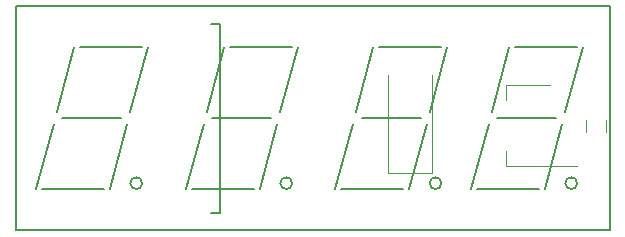
<source format=gto>
%TF.GenerationSoftware,KiCad,Pcbnew,4.0.4-stable*%
%TF.CreationDate,2017-03-14T02:38:26+02:00*%
%TF.ProjectId,esp-4digit-display,6573702D3464696769742D646973706C,rev?*%
%TF.FileFunction,Legend,Top*%
%FSLAX46Y46*%
G04 Gerber Fmt 4.6, Leading zero omitted, Abs format (unit mm)*
G04 Created by KiCad (PCBNEW 4.0.4-stable) date 03/14/17 02:38:26*
%MOMM*%
%LPD*%
G01*
G04 APERTURE LIST*
%ADD10C,0.200000*%
%ADD11C,0.150000*%
%ADD12C,0.120000*%
%ADD13C,0.152400*%
G04 APERTURE END LIST*
D10*
D11*
X179455000Y-107925000D02*
X129155000Y-107925000D01*
X129155000Y-107925000D02*
X129155000Y-88925000D01*
X129155000Y-88925000D02*
X179455000Y-88925000D01*
X179455000Y-88925000D02*
X179455000Y-107925000D01*
X169935000Y-98425000D02*
X174935000Y-98425000D01*
X168185000Y-104425000D02*
X173435000Y-104425000D01*
X175685000Y-97925000D02*
X177185000Y-92425000D01*
X173935000Y-104425000D02*
X175435000Y-98925000D01*
X169435000Y-97925000D02*
X170935000Y-92425000D01*
X167685000Y-104425000D02*
X169185000Y-98925000D01*
X171435000Y-92425000D02*
X176685000Y-92425000D01*
X133105000Y-98425000D02*
X138105000Y-98425000D01*
X131355000Y-104425000D02*
X136605000Y-104425000D01*
X138855000Y-97925000D02*
X140355000Y-92425000D01*
X137105000Y-104425000D02*
X138605000Y-98925000D01*
X132605000Y-97925000D02*
X134105000Y-92425000D01*
X130855000Y-104425000D02*
X132355000Y-98925000D01*
X134605000Y-92425000D02*
X139855000Y-92425000D01*
X147305000Y-92425000D02*
X152555000Y-92425000D01*
X143555000Y-104425000D02*
X145055000Y-98925000D01*
X145305000Y-97925000D02*
X146805000Y-92425000D01*
X149805000Y-104425000D02*
X151305000Y-98925000D01*
X151555000Y-97925000D02*
X153055000Y-92425000D01*
X144055000Y-104425000D02*
X149305000Y-104425000D01*
X145805000Y-98425000D02*
X150805000Y-98425000D01*
X164190000Y-97925000D02*
X165690000Y-92425000D01*
X159940000Y-92425000D02*
X165190000Y-92425000D01*
X157940000Y-97925000D02*
X159440000Y-92425000D01*
X158440000Y-98425000D02*
X163440000Y-98425000D01*
X156690000Y-104425000D02*
X161940000Y-104425000D01*
X156190000Y-104425000D02*
X157690000Y-98925000D01*
X162440000Y-104425000D02*
X163940000Y-98925000D01*
X176685000Y-103925000D02*
G75*
G03X176685000Y-103925000I-500000J0D01*
G01*
X139855000Y-103925000D02*
G75*
G03X139855000Y-103925000I-500000J0D01*
G01*
X165190000Y-103925000D02*
G75*
G03X165190000Y-103925000I-500000J0D01*
G01*
X152555000Y-103925000D02*
G75*
G03X152555000Y-103925000I-500000J0D01*
G01*
D12*
X170658000Y-95650000D02*
X170658000Y-96910000D01*
X170658000Y-102470000D02*
X170658000Y-101210000D01*
X174418000Y-95650000D02*
X170658000Y-95650000D01*
X176668000Y-102470000D02*
X170658000Y-102470000D01*
D13*
X145669000Y-106456000D02*
X146431000Y-106456000D01*
X146431000Y-106456000D02*
X146431000Y-90454000D01*
X146431000Y-90454000D02*
X145669000Y-90454000D01*
D12*
X179158000Y-99580000D02*
X179158000Y-98580000D01*
X177458000Y-98580000D02*
X177458000Y-99580000D01*
X160710000Y-103090000D02*
X160710000Y-94790000D01*
X164410000Y-103090000D02*
X164410000Y-94790000D01*
X160710000Y-103090000D02*
X164410000Y-103090000D01*
M02*

</source>
